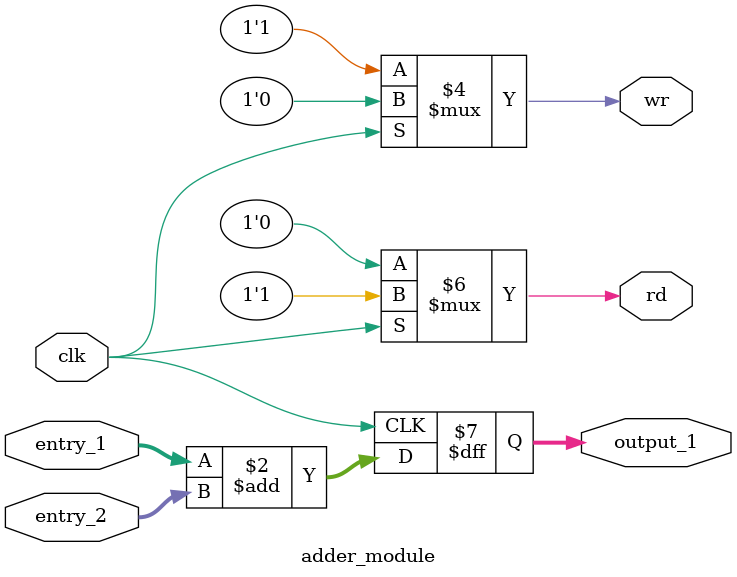
<source format=v>
module adder_module (
clk,
rd,
wr,
entry_1,
entry_2,
output_1
);

/*
 * We define the entries and outputs
 */

input clk;
input [15:0] entry_1;
input [15:0] entry_2; 
output [15:0] output_1;
output wr;
output rd;


/*
 * We define the type of outputs
 * 
 */
	
 reg [15:0] output_1;
 
/*
 * We enable rd
 * 
 */
 //always @(posedge clk)
 //begin
//	wr = 1'b0;
//	rd = 1'b1;
 //end
 
 /*
 * We enable wr
 * 
 */
 /*always @(posedge clk or negedge clk)
 begin
	if(clk == 1'b1)
	begin
	wr = 1'b0;
	rd = 1'b1;
	end
	else
	begin
	wr = 1'b1;
	rd = 1'b0;
	end
	
 end*/
 
/*
 * We make the add operation.
 * 
 */
 
 always @(posedge clk)
 begin
  output_1 = entry_1 + entry_2;
  $display("La entrada 1 es:", entry_1);
  $display("La entrada 2 es:", entry_2);
  $display("La salida es:", output_1);
 end
 
 assign wr = (clk == 1'b1) ? 1'b0 : 1'b1;
 assign rd = (clk == 1'b1) ? 1'b1 : 1'b0;


endmodule // end adder_module
</source>
